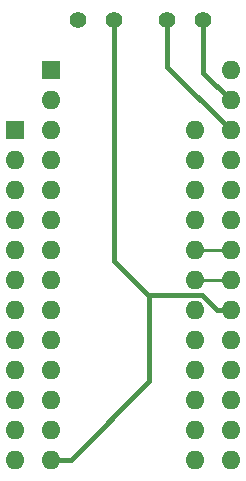
<source format=gbr>
%TF.GenerationSoftware,KiCad,Pcbnew,7.0.6*%
%TF.CreationDate,2023-08-02T16:45:22+10:00*%
%TF.ProjectId,c64 rom,63363420-726f-46d2-9e6b-696361645f70,rev?*%
%TF.SameCoordinates,Original*%
%TF.FileFunction,Copper,L1,Top*%
%TF.FilePolarity,Positive*%
%FSLAX46Y46*%
G04 Gerber Fmt 4.6, Leading zero omitted, Abs format (unit mm)*
G04 Created by KiCad (PCBNEW 7.0.6) date 2023-08-02 16:45:22*
%MOMM*%
%LPD*%
G01*
G04 APERTURE LIST*
%TA.AperFunction,ComponentPad*%
%ADD10C,1.400000*%
%TD*%
%TA.AperFunction,ComponentPad*%
%ADD11R,1.600000X1.600000*%
%TD*%
%TA.AperFunction,ComponentPad*%
%ADD12O,1.600000X1.600000*%
%TD*%
%TA.AperFunction,Conductor*%
%ADD13C,0.450000*%
%TD*%
%TA.AperFunction,Conductor*%
%ADD14C,0.250000*%
%TD*%
G04 APERTURE END LIST*
D10*
%TO.P,A14,1,Pin_1*%
%TO.N,Net-(A14-Pin_1)*%
X88338700Y-37243000D03*
%TD*%
%TO.P,GND1,1,Pin_1*%
%TO.N,Net-(GND1-Pin_1)*%
X80772700Y-37233900D03*
%TD*%
D11*
%TO.P,S1,1,A7*%
%TO.N,Net-(S1-A7)*%
X72419600Y-46577800D03*
D12*
%TO.P,S1,2,A6*%
%TO.N,Net-(S1-A6)*%
X72419600Y-49117800D03*
%TO.P,S1,3,A5*%
%TO.N,Net-(S1-A5)*%
X72419600Y-51657800D03*
%TO.P,S1,4,A4*%
%TO.N,Net-(S1-A4)*%
X72419600Y-54197800D03*
%TO.P,S1,5,A3*%
%TO.N,Net-(S1-A3)*%
X72419600Y-56737800D03*
%TO.P,S1,6,A2*%
%TO.N,Net-(S1-A2)*%
X72419600Y-59277800D03*
%TO.P,S1,7,A1*%
%TO.N,Net-(S1-A1)*%
X72419600Y-61817800D03*
%TO.P,S1,8,A0*%
%TO.N,Net-(S1-A0)*%
X72419600Y-64357800D03*
%TO.P,S1,9,D0*%
%TO.N,Net-(S1-D0)*%
X72419600Y-66897800D03*
%TO.P,S1,10,D1*%
%TO.N,Net-(S1-D1)*%
X72419600Y-69437800D03*
%TO.P,S1,11,D2*%
%TO.N,Net-(S1-D2)*%
X72419600Y-71977800D03*
%TO.P,S1,12,GND*%
%TO.N,Net-(GND1-Pin_1)*%
X72419600Y-74517800D03*
%TO.P,S1,13,D3*%
%TO.N,Net-(S1-D3)*%
X87659600Y-74517800D03*
%TO.P,S1,14,D4*%
%TO.N,Net-(S1-D4)*%
X87659600Y-71977800D03*
%TO.P,S1,15,D5*%
%TO.N,Net-(S1-D5)*%
X87659600Y-69437800D03*
%TO.P,S1,16,D6*%
%TO.N,Net-(S1-D6)*%
X87659600Y-66897800D03*
%TO.P,S1,17,D7*%
%TO.N,Net-(S1-D7)*%
X87659600Y-64357800D03*
%TO.P,S1,18,A11*%
%TO.N,Net-(S1-A11)*%
X87659600Y-61817800D03*
%TO.P,S1,19,A10*%
%TO.N,Net-(S1-A10)*%
X87659600Y-59277800D03*
%TO.P,S1,20,~{CE}*%
%TO.N,Net-(S1-~{CE})*%
X87659600Y-56737800D03*
%TO.P,S1,21,A12*%
%TO.N,Net-(S1-A12)*%
X87659600Y-54197800D03*
%TO.P,S1,22,A9*%
%TO.N,Net-(S1-A9)*%
X87659600Y-51657800D03*
%TO.P,S1,23,A8*%
%TO.N,Net-(S1-A8)*%
X87659600Y-49117800D03*
%TO.P,S1,24,VCC*%
%TO.N,Net-(S1-VCC)*%
X87659600Y-46577800D03*
%TD*%
D10*
%TO.P,A13,1,Pin_1*%
%TO.N,Net-(A13-Pin_1)*%
X85291600Y-37233900D03*
%TD*%
%TO.P,VCC1,1,Pin_1*%
%TO.N,Net-(S1-VCC)*%
X77741300Y-37233900D03*
%TD*%
D11*
%TO.P,U1,1,VPP*%
%TO.N,Net-(S1-VCC)*%
X75415900Y-41496900D03*
D12*
%TO.P,U1,2,A12*%
%TO.N,Net-(S1-A12)*%
X75415900Y-44036900D03*
%TO.P,U1,3,A7*%
%TO.N,Net-(S1-A7)*%
X75415900Y-46576900D03*
%TO.P,U1,4,A6*%
%TO.N,Net-(S1-A6)*%
X75415900Y-49116900D03*
%TO.P,U1,5,A5*%
%TO.N,Net-(S1-A5)*%
X75415900Y-51656900D03*
%TO.P,U1,6,A4*%
%TO.N,Net-(S1-A4)*%
X75415900Y-54196900D03*
%TO.P,U1,7,A3*%
%TO.N,Net-(S1-A3)*%
X75415900Y-56736900D03*
%TO.P,U1,8,A2*%
%TO.N,Net-(S1-A2)*%
X75415900Y-59276900D03*
%TO.P,U1,9,A1*%
%TO.N,Net-(S1-A1)*%
X75415900Y-61816900D03*
%TO.P,U1,10,A0*%
%TO.N,Net-(S1-A0)*%
X75415900Y-64356900D03*
%TO.P,U1,11,D0*%
%TO.N,Net-(S1-D0)*%
X75415900Y-66896900D03*
%TO.P,U1,12,D1*%
%TO.N,Net-(S1-D1)*%
X75415900Y-69436900D03*
%TO.P,U1,13,D2*%
%TO.N,Net-(S1-D2)*%
X75415900Y-71976900D03*
%TO.P,U1,14,GND*%
%TO.N,Net-(GND1-Pin_1)*%
X75415900Y-74516900D03*
%TO.P,U1,15,D3*%
%TO.N,Net-(S1-D3)*%
X90655900Y-74516900D03*
%TO.P,U1,16,D4*%
%TO.N,Net-(S1-D4)*%
X90655900Y-71976900D03*
%TO.P,U1,17,D5*%
%TO.N,Net-(S1-D5)*%
X90655900Y-69436900D03*
%TO.P,U1,18,D6*%
%TO.N,Net-(S1-D6)*%
X90655900Y-66896900D03*
%TO.P,U1,19,D7*%
%TO.N,Net-(S1-D7)*%
X90655900Y-64356900D03*
%TO.P,U1,20,~{CE}*%
%TO.N,Net-(GND1-Pin_1)*%
X90655900Y-61816900D03*
%TO.P,U1,21,A10*%
%TO.N,Net-(S1-A10)*%
X90655900Y-59276900D03*
%TO.P,U1,22,~{OE}*%
%TO.N,Net-(S1-~{CE})*%
X90655900Y-56736900D03*
%TO.P,U1,23,A11*%
%TO.N,Net-(S1-A11)*%
X90655900Y-54196900D03*
%TO.P,U1,24,A9*%
%TO.N,Net-(S1-A9)*%
X90655900Y-51656900D03*
%TO.P,U1,25,A8*%
%TO.N,Net-(S1-A8)*%
X90655900Y-49116900D03*
%TO.P,U1,26,A13*%
%TO.N,Net-(A13-Pin_1)*%
X90655900Y-46576900D03*
%TO.P,U1,27,A14*%
%TO.N,Net-(A14-Pin_1)*%
X90655900Y-44036900D03*
%TO.P,U1,28,VCC*%
%TO.N,Net-(S1-VCC)*%
X90655900Y-41496900D03*
%TD*%
D13*
%TO.N,Net-(A13-Pin_1)*%
X90655900Y-46576900D02*
X85291600Y-41212600D01*
X85291600Y-41212600D02*
X85291600Y-37233900D01*
%TO.N,Net-(GND1-Pin_1)*%
X83913296Y-60542804D02*
X83832562Y-60542804D01*
X83773952Y-67836148D02*
X77093200Y-74516900D01*
X83749627Y-60625739D02*
X83773952Y-60650064D01*
X83773952Y-60650064D02*
X83773952Y-67836148D01*
X88261662Y-60549562D02*
X83920054Y-60549562D01*
X83618904Y-60542804D02*
X83913296Y-60542804D01*
X80772700Y-37233900D02*
X80772700Y-57696600D01*
X83920054Y-60549562D02*
X83913296Y-60542804D01*
X90655900Y-61816900D02*
X89529000Y-61816900D01*
X83832562Y-60542804D02*
X83749627Y-60625739D01*
X77093200Y-74516900D02*
X75415900Y-74516900D01*
X80772700Y-57696600D02*
X83618904Y-60542804D01*
X89529000Y-61816900D02*
X88261662Y-60549562D01*
%TO.N,Net-(A14-Pin_1)*%
X90655900Y-44036900D02*
X88338700Y-41719700D01*
X88338700Y-41719700D02*
X88338700Y-37243000D01*
D14*
%TO.N,Net-(S1-A10)*%
X90655900Y-59276900D02*
X88787400Y-59276900D01*
X87659600Y-59277800D02*
X88786500Y-59277800D01*
X88787400Y-59276900D02*
X88786500Y-59277800D01*
%TO.N,Net-(S1-~{CE})*%
X90655900Y-56736900D02*
X88787400Y-56736900D01*
X88787400Y-56736900D02*
X88786500Y-56737800D01*
X87659600Y-56737800D02*
X88786500Y-56737800D01*
%TD*%
M02*

</source>
